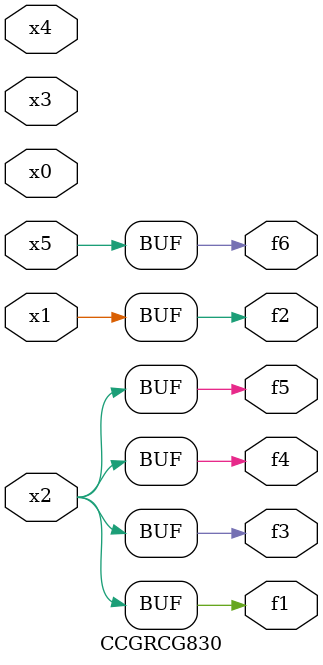
<source format=v>
module CCGRCG830(
	input x0, x1, x2, x3, x4, x5,
	output f1, f2, f3, f4, f5, f6
);
	assign f1 = x2;
	assign f2 = x1;
	assign f3 = x2;
	assign f4 = x2;
	assign f5 = x2;
	assign f6 = x5;
endmodule

</source>
